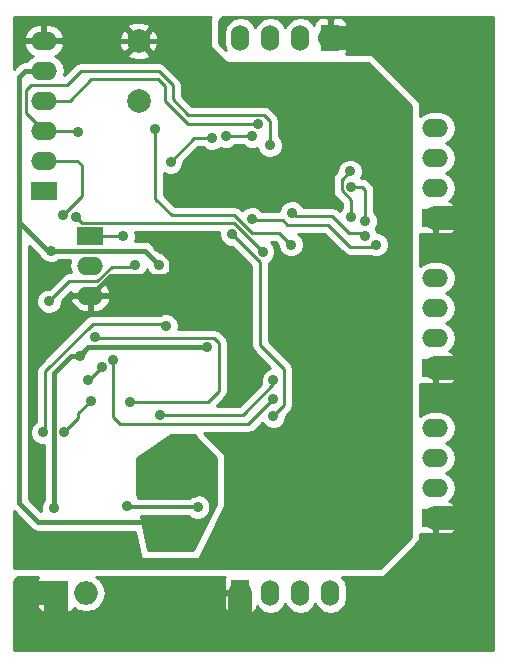
<source format=gbl>
G04 (created by PCBNEW (2013-mar-13)-testing) date Tue 02 Jul 2013 08:12:50 AM CEST*
%MOIN*%
G04 Gerber Fmt 3.4, Leading zero omitted, Abs format*
%FSLAX34Y34*%
G01*
G70*
G90*
G04 APERTURE LIST*
%ADD10C,0.006*%
%ADD11R,0.0866X0.06*%
%ADD12O,0.0866X0.06*%
%ADD13R,0.06X0.0866*%
%ADD14O,0.06X0.0866*%
%ADD15C,0.0787*%
%ADD16O,0.0787X0.0787*%
%ADD17R,0.0787X0.0787*%
%ADD18C,0.035*%
%ADD19C,0.01*%
%ADD20C,0.015748*%
%ADD21C,0.0787402*%
%ADD22C,0.011811*%
G04 APERTURE END LIST*
G54D10*
G54D11*
X38750Y-36000D03*
G54D12*
X38750Y-35000D03*
X38750Y-34000D03*
X38750Y-33000D03*
G54D11*
X38750Y-31000D03*
G54D12*
X38750Y-30000D03*
X38750Y-29000D03*
X38750Y-28000D03*
G54D13*
X35250Y-25000D03*
G54D14*
X34250Y-25000D03*
X33250Y-25000D03*
X32250Y-25000D03*
G54D11*
X38750Y-41000D03*
G54D12*
X38750Y-40000D03*
X38750Y-39000D03*
X38750Y-38000D03*
G54D13*
X32250Y-43500D03*
G54D14*
X33250Y-43500D03*
X34250Y-43500D03*
X35250Y-43500D03*
G54D11*
X27244Y-31598D03*
G54D12*
X27244Y-32598D03*
X27244Y-33598D03*
G54D11*
X25700Y-30100D03*
G54D12*
X25700Y-29100D03*
X25700Y-28100D03*
X25700Y-27100D03*
X25700Y-26100D03*
X25700Y-25100D03*
G54D15*
X28858Y-27102D03*
X28858Y-25102D03*
G54D16*
X27100Y-43500D03*
G54D17*
X26100Y-43500D03*
G54D18*
X31771Y-28267D03*
X32637Y-28267D03*
X35944Y-29960D03*
X36417Y-31102D03*
X35944Y-30984D03*
X35905Y-29448D03*
X36771Y-31889D03*
X32637Y-31023D03*
X25866Y-33779D03*
X28740Y-32559D03*
X26338Y-30905D03*
X33976Y-30826D03*
X36417Y-31614D03*
X31968Y-31535D03*
X33346Y-37598D03*
X29409Y-28031D03*
X33937Y-31889D03*
X28346Y-31614D03*
X26850Y-28149D03*
X33228Y-28582D03*
X33346Y-36417D03*
X29566Y-37559D03*
X32834Y-27874D03*
X33346Y-37047D03*
X27992Y-35748D03*
X27165Y-36417D03*
X27637Y-35984D03*
X29133Y-39763D03*
X31102Y-39763D03*
X30708Y-40157D03*
X29527Y-40157D03*
X31299Y-28346D03*
X29921Y-29133D03*
X25944Y-32086D03*
X30078Y-41141D03*
X29527Y-32559D03*
X39763Y-31889D03*
X39763Y-37007D03*
X39763Y-26377D03*
X38188Y-26377D03*
X38976Y-26377D03*
X40157Y-44488D03*
X39370Y-44488D03*
X38582Y-44488D03*
X31496Y-44881D03*
X30708Y-44881D03*
X29921Y-44881D03*
X26023Y-40669D03*
X31141Y-35314D03*
X26889Y-35590D03*
X31102Y-25590D03*
X32480Y-33700D03*
X29488Y-31968D03*
X27283Y-37086D03*
X26377Y-38149D03*
X25669Y-38149D03*
X29763Y-34606D03*
X26771Y-30984D03*
X32992Y-32125D03*
X27401Y-34960D03*
X28582Y-37125D03*
X30826Y-40629D03*
X28464Y-40590D03*
G54D19*
X32637Y-28267D02*
X31771Y-28267D01*
X36299Y-29960D02*
X35944Y-29960D01*
X36417Y-30078D02*
X36299Y-29960D01*
X36417Y-31102D02*
X36417Y-30078D01*
X35944Y-30984D02*
X35944Y-30393D01*
X35629Y-29724D02*
X35905Y-29448D01*
X35629Y-30078D02*
X35629Y-29724D01*
X35944Y-30393D02*
X35629Y-30078D01*
X36692Y-31968D02*
X36771Y-31889D01*
X35905Y-31968D02*
X36692Y-31968D01*
X35157Y-31220D02*
X35905Y-31968D01*
X33818Y-31220D02*
X35157Y-31220D01*
X33661Y-31062D02*
X33818Y-31220D01*
X32677Y-31062D02*
X33661Y-31062D01*
X32637Y-31023D02*
X32677Y-31062D01*
X26535Y-33110D02*
X25866Y-33779D01*
X27480Y-33110D02*
X26535Y-33110D01*
X27953Y-32637D02*
X27480Y-33110D01*
X28661Y-32637D02*
X27953Y-32637D01*
X28740Y-32559D02*
X28661Y-32637D01*
X26968Y-30275D02*
X26968Y-29251D01*
X26338Y-30905D02*
X26968Y-30275D01*
X26816Y-29100D02*
X25700Y-29100D01*
X26968Y-29251D02*
X26816Y-29100D01*
X34094Y-30944D02*
X33976Y-30826D01*
X35314Y-30944D02*
X34094Y-30944D01*
X35866Y-31496D02*
X35314Y-30944D01*
X36299Y-31496D02*
X35866Y-31496D01*
X36417Y-31614D02*
X36299Y-31496D01*
X32913Y-32480D02*
X31968Y-31535D01*
X32913Y-35236D02*
X32913Y-32480D01*
X33700Y-36023D02*
X32913Y-35236D01*
X33700Y-37244D02*
X33700Y-36023D01*
X33346Y-37598D02*
X33700Y-37244D01*
X29409Y-30354D02*
X29409Y-28031D01*
X29960Y-30905D02*
X29409Y-30354D01*
X32047Y-30905D02*
X29960Y-30905D01*
X32637Y-31496D02*
X32047Y-30905D01*
X33543Y-31496D02*
X32637Y-31496D01*
X33937Y-31889D02*
X33543Y-31496D01*
X28330Y-31598D02*
X27244Y-31598D01*
X28346Y-31614D02*
X28330Y-31598D01*
X26800Y-28100D02*
X25700Y-28100D01*
X26850Y-28149D02*
X26800Y-28100D01*
X33228Y-28582D02*
X33228Y-27755D01*
X25118Y-27518D02*
X25700Y-28100D01*
X25118Y-26732D02*
X25118Y-27518D01*
X25275Y-26574D02*
X25118Y-26732D01*
X26456Y-26574D02*
X25275Y-26574D01*
X26929Y-26102D02*
X26456Y-26574D01*
X29527Y-26102D02*
X26929Y-26102D01*
X30000Y-26574D02*
X29527Y-26102D01*
X30000Y-27047D02*
X30000Y-26574D01*
X30511Y-27559D02*
X30000Y-27047D01*
X33031Y-27559D02*
X30511Y-27559D01*
X33228Y-27755D02*
X33031Y-27559D01*
X33346Y-36535D02*
X33346Y-36417D01*
X32322Y-37559D02*
X33346Y-36535D01*
X31535Y-37559D02*
X32322Y-37559D01*
X29566Y-37559D02*
X31535Y-37559D01*
X32834Y-27874D02*
X30511Y-27874D01*
X26561Y-27100D02*
X25700Y-27100D01*
X27283Y-26377D02*
X26561Y-27100D01*
X29488Y-26377D02*
X27283Y-26377D01*
X29724Y-26614D02*
X29488Y-26377D01*
X29724Y-27086D02*
X29724Y-26614D01*
X30511Y-27874D02*
X29724Y-27086D01*
X32519Y-37874D02*
X33346Y-37047D01*
X28228Y-37874D02*
X32519Y-37874D01*
X27992Y-37637D02*
X28228Y-37874D01*
X27992Y-36259D02*
X27992Y-37637D01*
X27992Y-35748D02*
X27992Y-36259D01*
X27204Y-36417D02*
X27165Y-36417D01*
X27637Y-35984D02*
X27204Y-36417D01*
X30708Y-28346D02*
X31299Y-28346D01*
X29921Y-29133D02*
X30708Y-28346D01*
G54D20*
X24881Y-31102D02*
X24881Y-40511D01*
X25511Y-41141D02*
X30078Y-41141D01*
X24881Y-40511D02*
X25511Y-41141D01*
X25081Y-26100D02*
X25700Y-26100D01*
X24881Y-26299D02*
X25081Y-26100D01*
X24881Y-31141D02*
X24881Y-31102D01*
X24881Y-31102D02*
X24881Y-26299D01*
X25826Y-32086D02*
X24881Y-31141D01*
X29055Y-32086D02*
X25944Y-32086D01*
X25944Y-32086D02*
X25826Y-32086D01*
X29527Y-32559D02*
X29055Y-32086D01*
G54D21*
X26100Y-43500D02*
X25397Y-43500D01*
X25397Y-43500D02*
X25196Y-43700D01*
X26100Y-43500D02*
X26100Y-44372D01*
X26100Y-44372D02*
X25984Y-44488D01*
X35250Y-25000D02*
X36023Y-25000D01*
X36023Y-25000D02*
X36220Y-24803D01*
X38750Y-31000D02*
X39661Y-31000D01*
X39661Y-31000D02*
X39763Y-31102D01*
X38750Y-36000D02*
X39590Y-36000D01*
X39590Y-36000D02*
X39763Y-35826D01*
X38750Y-41000D02*
X39708Y-41000D01*
X39708Y-41000D02*
X39763Y-40944D01*
X32250Y-43500D02*
X32250Y-44454D01*
X32250Y-44454D02*
X32283Y-44488D01*
G54D20*
X26614Y-35590D02*
X26889Y-35590D01*
X26023Y-36181D02*
X26614Y-35590D01*
X26023Y-40669D02*
X26023Y-36181D01*
X30472Y-35314D02*
X31141Y-35314D01*
X27165Y-35314D02*
X30472Y-35314D01*
X26889Y-35590D02*
X27165Y-35314D01*
X28858Y-25102D02*
X30614Y-25102D01*
X30614Y-25102D02*
X31102Y-25590D01*
X29763Y-32952D02*
X32125Y-32952D01*
X32480Y-33307D02*
X32480Y-33700D01*
X32125Y-32952D02*
X32480Y-33307D01*
X27889Y-32952D02*
X27244Y-33598D01*
X29763Y-32952D02*
X27889Y-32952D01*
X29921Y-32795D02*
X29763Y-32952D01*
X29921Y-32401D02*
X29921Y-32795D01*
X29566Y-32047D02*
X29921Y-32401D01*
X29488Y-31968D02*
X29566Y-32047D01*
X25700Y-25100D02*
X28855Y-25100D01*
X28855Y-25100D02*
X28858Y-25102D01*
G54D19*
X26850Y-37519D02*
X27283Y-37086D01*
X26850Y-37677D02*
X26850Y-37519D01*
X26377Y-38149D02*
X26850Y-37677D01*
X25748Y-38070D02*
X25669Y-38149D01*
X25748Y-36102D02*
X25748Y-38070D01*
X27322Y-34527D02*
X25748Y-36102D01*
X29685Y-34527D02*
X27322Y-34527D01*
X29763Y-34606D02*
X29685Y-34527D01*
X26968Y-31181D02*
X26771Y-30984D01*
X32047Y-31181D02*
X26968Y-31181D01*
X32992Y-32125D02*
X32047Y-31181D01*
X27440Y-35000D02*
X27401Y-34960D01*
X31377Y-35000D02*
X27440Y-35000D01*
X31535Y-35157D02*
X31377Y-35000D01*
X31535Y-36771D02*
X31535Y-35157D01*
X31181Y-37125D02*
X31535Y-36771D01*
X28582Y-37125D02*
X31181Y-37125D01*
G54D22*
X28503Y-40629D02*
X30826Y-40629D01*
X28464Y-40590D02*
X28503Y-40629D01*
G54D10*
G36*
X33250Y-35997D02*
X33106Y-36056D01*
X32986Y-36176D01*
X32921Y-36332D01*
X32921Y-36501D01*
X32931Y-36526D01*
X32198Y-37259D01*
X31535Y-37259D01*
X31472Y-37259D01*
X31747Y-36983D01*
X31747Y-36983D01*
X31812Y-36886D01*
X31835Y-36771D01*
X31835Y-36771D01*
X31835Y-35157D01*
X31812Y-35042D01*
X31747Y-34945D01*
X31747Y-34945D01*
X31590Y-34787D01*
X31492Y-34722D01*
X31377Y-34700D01*
X30185Y-34700D01*
X30188Y-34691D01*
X30188Y-34522D01*
X30124Y-34365D01*
X30004Y-34246D01*
X29848Y-34181D01*
X29679Y-34181D01*
X29567Y-34227D01*
X27910Y-34227D01*
X27910Y-33733D01*
X27862Y-33648D01*
X27294Y-33648D01*
X27294Y-34148D01*
X27427Y-34148D01*
X27633Y-34087D01*
X27801Y-33951D01*
X27904Y-33762D01*
X27910Y-33733D01*
X27910Y-34227D01*
X27322Y-34227D01*
X27208Y-34250D01*
X27194Y-34259D01*
X27194Y-34148D01*
X27194Y-33648D01*
X26626Y-33648D01*
X26577Y-33733D01*
X26583Y-33762D01*
X26686Y-33951D01*
X26854Y-34087D01*
X27061Y-34148D01*
X27194Y-34148D01*
X27194Y-34259D01*
X27110Y-34315D01*
X25535Y-35890D01*
X25470Y-35987D01*
X25448Y-36102D01*
X25448Y-37781D01*
X25428Y-37789D01*
X25309Y-37908D01*
X25244Y-38064D01*
X25244Y-38233D01*
X25308Y-38390D01*
X25428Y-38509D01*
X25584Y-38574D01*
X25694Y-38574D01*
X25694Y-40396D01*
X25663Y-40428D01*
X25598Y-40584D01*
X25598Y-40753D01*
X25605Y-40770D01*
X25210Y-40375D01*
X25210Y-31935D01*
X25571Y-32296D01*
X25584Y-32327D01*
X25703Y-32446D01*
X25859Y-32511D01*
X26029Y-32511D01*
X26185Y-32447D01*
X26217Y-32415D01*
X26584Y-32415D01*
X26547Y-32598D01*
X26589Y-32808D01*
X26590Y-32810D01*
X26535Y-32810D01*
X26420Y-32833D01*
X26323Y-32898D01*
X25866Y-33354D01*
X25781Y-33354D01*
X25625Y-33419D01*
X25506Y-33538D01*
X25441Y-33694D01*
X25441Y-33863D01*
X25505Y-34019D01*
X25625Y-34139D01*
X25781Y-34204D01*
X25950Y-34204D01*
X26106Y-34140D01*
X26226Y-34020D01*
X26291Y-33864D01*
X26291Y-33778D01*
X26588Y-33481D01*
X26626Y-33548D01*
X27194Y-33548D01*
X27194Y-33540D01*
X27294Y-33540D01*
X27294Y-33548D01*
X27862Y-33548D01*
X27910Y-33463D01*
X27904Y-33434D01*
X27801Y-33244D01*
X27784Y-33230D01*
X28077Y-32937D01*
X28544Y-32937D01*
X28655Y-32983D01*
X28824Y-32984D01*
X28980Y-32919D01*
X29100Y-32800D01*
X29133Y-32719D01*
X29167Y-32799D01*
X29286Y-32919D01*
X29442Y-32983D01*
X29611Y-32984D01*
X29767Y-32919D01*
X29887Y-32800D01*
X29952Y-32643D01*
X29952Y-32474D01*
X29888Y-32318D01*
X29768Y-32198D01*
X29612Y-32134D01*
X29567Y-32134D01*
X29287Y-31854D01*
X29180Y-31782D01*
X29055Y-31757D01*
X28746Y-31757D01*
X28771Y-31699D01*
X28771Y-31530D01*
X28751Y-31481D01*
X31543Y-31481D01*
X31543Y-31619D01*
X31607Y-31775D01*
X31727Y-31895D01*
X31883Y-31960D01*
X31969Y-31960D01*
X32613Y-32604D01*
X32613Y-35236D01*
X32636Y-35351D01*
X32701Y-35448D01*
X33250Y-35997D01*
X33250Y-35997D01*
G37*
G54D19*
X33250Y-35997D02*
X33106Y-36056D01*
X32986Y-36176D01*
X32921Y-36332D01*
X32921Y-36501D01*
X32931Y-36526D01*
X32198Y-37259D01*
X31535Y-37259D01*
X31472Y-37259D01*
X31747Y-36983D01*
X31747Y-36983D01*
X31812Y-36886D01*
X31835Y-36771D01*
X31835Y-36771D01*
X31835Y-35157D01*
X31812Y-35042D01*
X31747Y-34945D01*
X31747Y-34945D01*
X31590Y-34787D01*
X31492Y-34722D01*
X31377Y-34700D01*
X30185Y-34700D01*
X30188Y-34691D01*
X30188Y-34522D01*
X30124Y-34365D01*
X30004Y-34246D01*
X29848Y-34181D01*
X29679Y-34181D01*
X29567Y-34227D01*
X27910Y-34227D01*
X27910Y-33733D01*
X27862Y-33648D01*
X27294Y-33648D01*
X27294Y-34148D01*
X27427Y-34148D01*
X27633Y-34087D01*
X27801Y-33951D01*
X27904Y-33762D01*
X27910Y-33733D01*
X27910Y-34227D01*
X27322Y-34227D01*
X27208Y-34250D01*
X27194Y-34259D01*
X27194Y-34148D01*
X27194Y-33648D01*
X26626Y-33648D01*
X26577Y-33733D01*
X26583Y-33762D01*
X26686Y-33951D01*
X26854Y-34087D01*
X27061Y-34148D01*
X27194Y-34148D01*
X27194Y-34259D01*
X27110Y-34315D01*
X25535Y-35890D01*
X25470Y-35987D01*
X25448Y-36102D01*
X25448Y-37781D01*
X25428Y-37789D01*
X25309Y-37908D01*
X25244Y-38064D01*
X25244Y-38233D01*
X25308Y-38390D01*
X25428Y-38509D01*
X25584Y-38574D01*
X25694Y-38574D01*
X25694Y-40396D01*
X25663Y-40428D01*
X25598Y-40584D01*
X25598Y-40753D01*
X25605Y-40770D01*
X25210Y-40375D01*
X25210Y-31935D01*
X25571Y-32296D01*
X25584Y-32327D01*
X25703Y-32446D01*
X25859Y-32511D01*
X26029Y-32511D01*
X26185Y-32447D01*
X26217Y-32415D01*
X26584Y-32415D01*
X26547Y-32598D01*
X26589Y-32808D01*
X26590Y-32810D01*
X26535Y-32810D01*
X26420Y-32833D01*
X26323Y-32898D01*
X25866Y-33354D01*
X25781Y-33354D01*
X25625Y-33419D01*
X25506Y-33538D01*
X25441Y-33694D01*
X25441Y-33863D01*
X25505Y-34019D01*
X25625Y-34139D01*
X25781Y-34204D01*
X25950Y-34204D01*
X26106Y-34140D01*
X26226Y-34020D01*
X26291Y-33864D01*
X26291Y-33778D01*
X26588Y-33481D01*
X26626Y-33548D01*
X27194Y-33548D01*
X27194Y-33540D01*
X27294Y-33540D01*
X27294Y-33548D01*
X27862Y-33548D01*
X27910Y-33463D01*
X27904Y-33434D01*
X27801Y-33244D01*
X27784Y-33230D01*
X28077Y-32937D01*
X28544Y-32937D01*
X28655Y-32983D01*
X28824Y-32984D01*
X28980Y-32919D01*
X29100Y-32800D01*
X29133Y-32719D01*
X29167Y-32799D01*
X29286Y-32919D01*
X29442Y-32983D01*
X29611Y-32984D01*
X29767Y-32919D01*
X29887Y-32800D01*
X29952Y-32643D01*
X29952Y-32474D01*
X29888Y-32318D01*
X29768Y-32198D01*
X29612Y-32134D01*
X29567Y-32134D01*
X29287Y-31854D01*
X29180Y-31782D01*
X29055Y-31757D01*
X28746Y-31757D01*
X28771Y-31699D01*
X28771Y-31530D01*
X28751Y-31481D01*
X31543Y-31481D01*
X31543Y-31619D01*
X31607Y-31775D01*
X31727Y-31895D01*
X31883Y-31960D01*
X31969Y-31960D01*
X32613Y-32604D01*
X32613Y-35236D01*
X32636Y-35351D01*
X32701Y-35448D01*
X33250Y-35997D01*
G54D10*
G36*
X37938Y-41628D02*
X36904Y-42663D01*
X24699Y-42663D01*
X24688Y-42674D01*
X24688Y-40783D01*
X25279Y-41374D01*
X25279Y-41374D01*
X25386Y-41445D01*
X25511Y-41470D01*
X28747Y-41470D01*
X28928Y-42375D01*
X30863Y-42375D01*
X31746Y-40610D01*
X31746Y-38872D01*
X31047Y-38174D01*
X32519Y-38174D01*
X32519Y-38174D01*
X32634Y-38151D01*
X32634Y-38151D01*
X32731Y-38086D01*
X32983Y-37834D01*
X32985Y-37838D01*
X33105Y-37958D01*
X33261Y-38023D01*
X33430Y-38023D01*
X33586Y-37958D01*
X33706Y-37839D01*
X33771Y-37683D01*
X33771Y-37597D01*
X33912Y-37456D01*
X33912Y-37456D01*
X33977Y-37358D01*
X34000Y-37244D01*
X34000Y-37244D01*
X34000Y-36023D01*
X33977Y-35908D01*
X33912Y-35811D01*
X33213Y-35111D01*
X33213Y-32494D01*
X33232Y-32486D01*
X33352Y-32367D01*
X33417Y-32210D01*
X33417Y-32041D01*
X33352Y-31885D01*
X33263Y-31796D01*
X33419Y-31796D01*
X33512Y-31889D01*
X33511Y-31973D01*
X33576Y-32130D01*
X33695Y-32249D01*
X33852Y-32314D01*
X34021Y-32314D01*
X34177Y-32250D01*
X34297Y-32130D01*
X34361Y-31974D01*
X34362Y-31805D01*
X34297Y-31649D01*
X34178Y-31529D01*
X34155Y-31520D01*
X35033Y-31520D01*
X35693Y-32180D01*
X35693Y-32180D01*
X35790Y-32245D01*
X35905Y-32268D01*
X35905Y-32268D01*
X36575Y-32268D01*
X36686Y-32314D01*
X36855Y-32314D01*
X37012Y-32250D01*
X37131Y-32130D01*
X37196Y-31974D01*
X37196Y-31805D01*
X37132Y-31649D01*
X37012Y-31529D01*
X36856Y-31464D01*
X36815Y-31464D01*
X36777Y-31373D01*
X36762Y-31358D01*
X36777Y-31343D01*
X36842Y-31187D01*
X36842Y-31018D01*
X36777Y-30861D01*
X36717Y-30801D01*
X36717Y-30078D01*
X36694Y-29963D01*
X36629Y-29866D01*
X36511Y-29748D01*
X36414Y-29683D01*
X36299Y-29660D01*
X36277Y-29660D01*
X36330Y-29533D01*
X36330Y-29364D01*
X36266Y-29208D01*
X36146Y-29088D01*
X35990Y-29023D01*
X35821Y-29023D01*
X35665Y-29088D01*
X35545Y-29207D01*
X35480Y-29363D01*
X35480Y-29449D01*
X35417Y-29512D01*
X35352Y-29609D01*
X35329Y-29724D01*
X35329Y-30078D01*
X35352Y-30193D01*
X35417Y-30290D01*
X35644Y-30517D01*
X35644Y-30683D01*
X35584Y-30743D01*
X35570Y-30776D01*
X35527Y-30732D01*
X35429Y-30667D01*
X35314Y-30644D01*
X34361Y-30644D01*
X34336Y-30586D01*
X34217Y-30466D01*
X34061Y-30401D01*
X33892Y-30401D01*
X33735Y-30466D01*
X33616Y-30585D01*
X33551Y-30741D01*
X33551Y-30762D01*
X32978Y-30762D01*
X32878Y-30663D01*
X32722Y-30598D01*
X32553Y-30598D01*
X32397Y-30663D01*
X32313Y-30747D01*
X32259Y-30693D01*
X32162Y-30628D01*
X32047Y-30605D01*
X30084Y-30605D01*
X29709Y-30230D01*
X29709Y-29506D01*
X29836Y-29558D01*
X30005Y-29558D01*
X30161Y-29494D01*
X30281Y-29374D01*
X30346Y-29218D01*
X30346Y-29133D01*
X30832Y-28646D01*
X30998Y-28646D01*
X31058Y-28706D01*
X31214Y-28771D01*
X31383Y-28771D01*
X31539Y-28706D01*
X31592Y-28653D01*
X31686Y-28692D01*
X31855Y-28692D01*
X32012Y-28628D01*
X32072Y-28567D01*
X32336Y-28567D01*
X32396Y-28627D01*
X32552Y-28692D01*
X32721Y-28692D01*
X32803Y-28659D01*
X32803Y-28666D01*
X32867Y-28823D01*
X32987Y-28942D01*
X33143Y-29007D01*
X33312Y-29007D01*
X33468Y-28943D01*
X33588Y-28823D01*
X33653Y-28667D01*
X33653Y-28498D01*
X33588Y-28342D01*
X33528Y-28281D01*
X33528Y-27755D01*
X33528Y-27755D01*
X33505Y-27641D01*
X33440Y-27543D01*
X33440Y-27543D01*
X33243Y-27346D01*
X33146Y-27281D01*
X33031Y-27259D01*
X30636Y-27259D01*
X30300Y-26922D01*
X30300Y-26574D01*
X30277Y-26459D01*
X30212Y-26362D01*
X30212Y-26362D01*
X29739Y-25890D01*
X29642Y-25825D01*
X29527Y-25802D01*
X29506Y-25802D01*
X29506Y-25206D01*
X29496Y-24950D01*
X29416Y-24758D01*
X29311Y-24719D01*
X29241Y-24790D01*
X29241Y-24648D01*
X29202Y-24543D01*
X28962Y-24454D01*
X28706Y-24464D01*
X28514Y-24543D01*
X28475Y-24648D01*
X28858Y-25031D01*
X29241Y-24648D01*
X29241Y-24790D01*
X28928Y-25102D01*
X29311Y-25485D01*
X29416Y-25446D01*
X29506Y-25206D01*
X29506Y-25802D01*
X29241Y-25802D01*
X29241Y-25555D01*
X28858Y-25173D01*
X28787Y-25243D01*
X28787Y-25102D01*
X28404Y-24719D01*
X28299Y-24758D01*
X28210Y-24998D01*
X28219Y-25254D01*
X28299Y-25446D01*
X28404Y-25485D01*
X28787Y-25102D01*
X28787Y-25243D01*
X28475Y-25555D01*
X28514Y-25661D01*
X28754Y-25750D01*
X29009Y-25740D01*
X29202Y-25661D01*
X29241Y-25555D01*
X29241Y-25802D01*
X26929Y-25802D01*
X26814Y-25825D01*
X26717Y-25890D01*
X26368Y-26238D01*
X26396Y-26100D01*
X26354Y-25889D01*
X26235Y-25711D01*
X26063Y-25596D01*
X26089Y-25588D01*
X26257Y-25453D01*
X26360Y-25264D01*
X26366Y-25235D01*
X26366Y-24964D01*
X26360Y-24935D01*
X26257Y-24746D01*
X26089Y-24611D01*
X25883Y-24550D01*
X25750Y-24550D01*
X25750Y-25050D01*
X26317Y-25050D01*
X26366Y-24964D01*
X26366Y-25235D01*
X26317Y-25150D01*
X25750Y-25150D01*
X25750Y-25157D01*
X25650Y-25157D01*
X25650Y-25150D01*
X25650Y-25050D01*
X25650Y-24550D01*
X25517Y-24550D01*
X25310Y-24611D01*
X25142Y-24746D01*
X25039Y-24935D01*
X25033Y-24964D01*
X25082Y-25050D01*
X25650Y-25050D01*
X25650Y-25150D01*
X25082Y-25150D01*
X25033Y-25235D01*
X25039Y-25264D01*
X25142Y-25453D01*
X25310Y-25588D01*
X25336Y-25596D01*
X25164Y-25711D01*
X25124Y-25771D01*
X25081Y-25771D01*
X24955Y-25796D01*
X24848Y-25867D01*
X24688Y-26027D01*
X24688Y-24295D01*
X31256Y-24295D01*
X31246Y-24305D01*
X31246Y-25300D01*
X31786Y-25840D01*
X36510Y-25840D01*
X37938Y-27268D01*
X37938Y-41628D01*
X37938Y-41628D01*
G37*
G54D19*
X37938Y-41628D02*
X36904Y-42663D01*
X24699Y-42663D01*
X24688Y-42674D01*
X24688Y-40783D01*
X25279Y-41374D01*
X25279Y-41374D01*
X25386Y-41445D01*
X25511Y-41470D01*
X28747Y-41470D01*
X28928Y-42375D01*
X30863Y-42375D01*
X31746Y-40610D01*
X31746Y-38872D01*
X31047Y-38174D01*
X32519Y-38174D01*
X32519Y-38174D01*
X32634Y-38151D01*
X32634Y-38151D01*
X32731Y-38086D01*
X32983Y-37834D01*
X32985Y-37838D01*
X33105Y-37958D01*
X33261Y-38023D01*
X33430Y-38023D01*
X33586Y-37958D01*
X33706Y-37839D01*
X33771Y-37683D01*
X33771Y-37597D01*
X33912Y-37456D01*
X33912Y-37456D01*
X33977Y-37358D01*
X34000Y-37244D01*
X34000Y-37244D01*
X34000Y-36023D01*
X33977Y-35908D01*
X33912Y-35811D01*
X33213Y-35111D01*
X33213Y-32494D01*
X33232Y-32486D01*
X33352Y-32367D01*
X33417Y-32210D01*
X33417Y-32041D01*
X33352Y-31885D01*
X33263Y-31796D01*
X33419Y-31796D01*
X33512Y-31889D01*
X33511Y-31973D01*
X33576Y-32130D01*
X33695Y-32249D01*
X33852Y-32314D01*
X34021Y-32314D01*
X34177Y-32250D01*
X34297Y-32130D01*
X34361Y-31974D01*
X34362Y-31805D01*
X34297Y-31649D01*
X34178Y-31529D01*
X34155Y-31520D01*
X35033Y-31520D01*
X35693Y-32180D01*
X35693Y-32180D01*
X35790Y-32245D01*
X35905Y-32268D01*
X35905Y-32268D01*
X36575Y-32268D01*
X36686Y-32314D01*
X36855Y-32314D01*
X37012Y-32250D01*
X37131Y-32130D01*
X37196Y-31974D01*
X37196Y-31805D01*
X37132Y-31649D01*
X37012Y-31529D01*
X36856Y-31464D01*
X36815Y-31464D01*
X36777Y-31373D01*
X36762Y-31358D01*
X36777Y-31343D01*
X36842Y-31187D01*
X36842Y-31018D01*
X36777Y-30861D01*
X36717Y-30801D01*
X36717Y-30078D01*
X36694Y-29963D01*
X36629Y-29866D01*
X36511Y-29748D01*
X36414Y-29683D01*
X36299Y-29660D01*
X36277Y-29660D01*
X36330Y-29533D01*
X36330Y-29364D01*
X36266Y-29208D01*
X36146Y-29088D01*
X35990Y-29023D01*
X35821Y-29023D01*
X35665Y-29088D01*
X35545Y-29207D01*
X35480Y-29363D01*
X35480Y-29449D01*
X35417Y-29512D01*
X35352Y-29609D01*
X35329Y-29724D01*
X35329Y-30078D01*
X35352Y-30193D01*
X35417Y-30290D01*
X35644Y-30517D01*
X35644Y-30683D01*
X35584Y-30743D01*
X35570Y-30776D01*
X35527Y-30732D01*
X35429Y-30667D01*
X35314Y-30644D01*
X34361Y-30644D01*
X34336Y-30586D01*
X34217Y-30466D01*
X34061Y-30401D01*
X33892Y-30401D01*
X33735Y-30466D01*
X33616Y-30585D01*
X33551Y-30741D01*
X33551Y-30762D01*
X32978Y-30762D01*
X32878Y-30663D01*
X32722Y-30598D01*
X32553Y-30598D01*
X32397Y-30663D01*
X32313Y-30747D01*
X32259Y-30693D01*
X32162Y-30628D01*
X32047Y-30605D01*
X30084Y-30605D01*
X29709Y-30230D01*
X29709Y-29506D01*
X29836Y-29558D01*
X30005Y-29558D01*
X30161Y-29494D01*
X30281Y-29374D01*
X30346Y-29218D01*
X30346Y-29133D01*
X30832Y-28646D01*
X30998Y-28646D01*
X31058Y-28706D01*
X31214Y-28771D01*
X31383Y-28771D01*
X31539Y-28706D01*
X31592Y-28653D01*
X31686Y-28692D01*
X31855Y-28692D01*
X32012Y-28628D01*
X32072Y-28567D01*
X32336Y-28567D01*
X32396Y-28627D01*
X32552Y-28692D01*
X32721Y-28692D01*
X32803Y-28659D01*
X32803Y-28666D01*
X32867Y-28823D01*
X32987Y-28942D01*
X33143Y-29007D01*
X33312Y-29007D01*
X33468Y-28943D01*
X33588Y-28823D01*
X33653Y-28667D01*
X33653Y-28498D01*
X33588Y-28342D01*
X33528Y-28281D01*
X33528Y-27755D01*
X33528Y-27755D01*
X33505Y-27641D01*
X33440Y-27543D01*
X33440Y-27543D01*
X33243Y-27346D01*
X33146Y-27281D01*
X33031Y-27259D01*
X30636Y-27259D01*
X30300Y-26922D01*
X30300Y-26574D01*
X30277Y-26459D01*
X30212Y-26362D01*
X30212Y-26362D01*
X29739Y-25890D01*
X29642Y-25825D01*
X29527Y-25802D01*
X29506Y-25802D01*
X29506Y-25206D01*
X29496Y-24950D01*
X29416Y-24758D01*
X29311Y-24719D01*
X29241Y-24790D01*
X29241Y-24648D01*
X29202Y-24543D01*
X28962Y-24454D01*
X28706Y-24464D01*
X28514Y-24543D01*
X28475Y-24648D01*
X28858Y-25031D01*
X29241Y-24648D01*
X29241Y-24790D01*
X28928Y-25102D01*
X29311Y-25485D01*
X29416Y-25446D01*
X29506Y-25206D01*
X29506Y-25802D01*
X29241Y-25802D01*
X29241Y-25555D01*
X28858Y-25173D01*
X28787Y-25243D01*
X28787Y-25102D01*
X28404Y-24719D01*
X28299Y-24758D01*
X28210Y-24998D01*
X28219Y-25254D01*
X28299Y-25446D01*
X28404Y-25485D01*
X28787Y-25102D01*
X28787Y-25243D01*
X28475Y-25555D01*
X28514Y-25661D01*
X28754Y-25750D01*
X29009Y-25740D01*
X29202Y-25661D01*
X29241Y-25555D01*
X29241Y-25802D01*
X26929Y-25802D01*
X26814Y-25825D01*
X26717Y-25890D01*
X26368Y-26238D01*
X26396Y-26100D01*
X26354Y-25889D01*
X26235Y-25711D01*
X26063Y-25596D01*
X26089Y-25588D01*
X26257Y-25453D01*
X26360Y-25264D01*
X26366Y-25235D01*
X26366Y-24964D01*
X26360Y-24935D01*
X26257Y-24746D01*
X26089Y-24611D01*
X25883Y-24550D01*
X25750Y-24550D01*
X25750Y-25050D01*
X26317Y-25050D01*
X26366Y-24964D01*
X26366Y-25235D01*
X26317Y-25150D01*
X25750Y-25150D01*
X25750Y-25157D01*
X25650Y-25157D01*
X25650Y-25150D01*
X25650Y-25050D01*
X25650Y-24550D01*
X25517Y-24550D01*
X25310Y-24611D01*
X25142Y-24746D01*
X25039Y-24935D01*
X25033Y-24964D01*
X25082Y-25050D01*
X25650Y-25050D01*
X25650Y-25150D01*
X25082Y-25150D01*
X25033Y-25235D01*
X25039Y-25264D01*
X25142Y-25453D01*
X25310Y-25588D01*
X25336Y-25596D01*
X25164Y-25711D01*
X25124Y-25771D01*
X25081Y-25771D01*
X24955Y-25796D01*
X24848Y-25867D01*
X24688Y-26027D01*
X24688Y-24295D01*
X31256Y-24295D01*
X31246Y-24305D01*
X31246Y-25300D01*
X31786Y-25840D01*
X36510Y-25840D01*
X37938Y-27268D01*
X37938Y-41628D01*
G54D10*
G36*
X31446Y-40539D02*
X30677Y-42075D01*
X29174Y-42075D01*
X28947Y-40938D01*
X30534Y-40938D01*
X30585Y-40990D01*
X30741Y-41054D01*
X30910Y-41054D01*
X31067Y-40990D01*
X31186Y-40870D01*
X31251Y-40714D01*
X31251Y-40545D01*
X31187Y-40389D01*
X31067Y-40269D01*
X30911Y-40204D01*
X30742Y-40204D01*
X30586Y-40269D01*
X30534Y-40320D01*
X28823Y-40320D01*
X28790Y-40152D01*
X28790Y-39003D01*
X29936Y-38238D01*
X30687Y-38238D01*
X31446Y-38997D01*
X31446Y-40539D01*
X31446Y-40539D01*
G37*
G54D19*
X31446Y-40539D02*
X30677Y-42075D01*
X29174Y-42075D01*
X28947Y-40938D01*
X30534Y-40938D01*
X30585Y-40990D01*
X30741Y-41054D01*
X30910Y-41054D01*
X31067Y-40990D01*
X31186Y-40870D01*
X31251Y-40714D01*
X31251Y-40545D01*
X31187Y-40389D01*
X31067Y-40269D01*
X30911Y-40204D01*
X30742Y-40204D01*
X30586Y-40269D01*
X30534Y-40320D01*
X28823Y-40320D01*
X28790Y-40152D01*
X28790Y-39003D01*
X29936Y-38238D01*
X30687Y-38238D01*
X31446Y-38997D01*
X31446Y-40539D01*
G54D10*
G36*
X40665Y-45389D02*
X40157Y-45389D01*
X39433Y-45389D01*
X39433Y-41349D01*
X39433Y-41112D01*
X39370Y-41050D01*
X38800Y-41050D01*
X38800Y-41487D01*
X38862Y-41550D01*
X39133Y-41550D01*
X39232Y-41549D01*
X39324Y-41511D01*
X39395Y-41441D01*
X39433Y-41349D01*
X39433Y-45389D01*
X32200Y-45389D01*
X32200Y-44120D01*
X32200Y-43550D01*
X31762Y-43550D01*
X31700Y-43612D01*
X31699Y-43883D01*
X31700Y-43982D01*
X31738Y-44074D01*
X31808Y-44145D01*
X31900Y-44183D01*
X32137Y-44183D01*
X32200Y-44120D01*
X32200Y-45389D01*
X26050Y-45389D01*
X26050Y-44081D01*
X26050Y-43550D01*
X25519Y-43550D01*
X25456Y-43612D01*
X25456Y-43843D01*
X25456Y-43943D01*
X25494Y-44035D01*
X25565Y-44105D01*
X25656Y-44143D01*
X25987Y-44143D01*
X26050Y-44081D01*
X26050Y-45389D01*
X24688Y-45389D01*
X24688Y-43098D01*
X24823Y-42963D01*
X25496Y-42963D01*
X25494Y-42964D01*
X25456Y-43056D01*
X25456Y-43156D01*
X25456Y-43387D01*
X25519Y-43450D01*
X26050Y-43450D01*
X26050Y-43442D01*
X26150Y-43442D01*
X26150Y-43450D01*
X26157Y-43450D01*
X26157Y-43550D01*
X26150Y-43550D01*
X26150Y-44081D01*
X26212Y-44143D01*
X26543Y-44143D01*
X26634Y-44105D01*
X26705Y-44035D01*
X26715Y-44010D01*
X26841Y-44094D01*
X27087Y-44143D01*
X27112Y-44143D01*
X27358Y-44094D01*
X27567Y-43955D01*
X27707Y-43746D01*
X27756Y-43500D01*
X27707Y-43253D01*
X27567Y-43044D01*
X27445Y-42963D01*
X31722Y-42963D01*
X31700Y-43017D01*
X31699Y-43116D01*
X31700Y-43387D01*
X31762Y-43450D01*
X32200Y-43450D01*
X32200Y-43442D01*
X32300Y-43442D01*
X32300Y-43450D01*
X32307Y-43450D01*
X32307Y-43550D01*
X32300Y-43550D01*
X32300Y-44120D01*
X32362Y-44183D01*
X32599Y-44183D01*
X32691Y-44145D01*
X32761Y-44074D01*
X32799Y-43982D01*
X32799Y-43943D01*
X32861Y-44035D01*
X33039Y-44154D01*
X33250Y-44196D01*
X33460Y-44154D01*
X33638Y-44035D01*
X33750Y-43869D01*
X33861Y-44035D01*
X34039Y-44154D01*
X34250Y-44196D01*
X34460Y-44154D01*
X34638Y-44035D01*
X34750Y-43869D01*
X34861Y-44035D01*
X35039Y-44154D01*
X35250Y-44196D01*
X35460Y-44154D01*
X35638Y-44035D01*
X35758Y-43856D01*
X35800Y-43646D01*
X35800Y-43353D01*
X35758Y-43143D01*
X35638Y-42964D01*
X35636Y-42963D01*
X37028Y-42963D01*
X38238Y-41752D01*
X38238Y-41538D01*
X38267Y-41549D01*
X38366Y-41550D01*
X38637Y-41550D01*
X38700Y-41487D01*
X38700Y-41050D01*
X38692Y-41050D01*
X38692Y-40950D01*
X38700Y-40950D01*
X38700Y-40942D01*
X38800Y-40942D01*
X38800Y-40950D01*
X39370Y-40950D01*
X39433Y-40887D01*
X39433Y-40650D01*
X39395Y-40558D01*
X39324Y-40488D01*
X39232Y-40450D01*
X39193Y-40450D01*
X39285Y-40388D01*
X39404Y-40210D01*
X39446Y-40000D01*
X39404Y-39789D01*
X39285Y-39611D01*
X39119Y-39500D01*
X39285Y-39388D01*
X39404Y-39210D01*
X39446Y-39000D01*
X39404Y-38789D01*
X39285Y-38611D01*
X39119Y-38500D01*
X39285Y-38388D01*
X39404Y-38210D01*
X39446Y-38000D01*
X39433Y-37932D01*
X39433Y-36349D01*
X39433Y-36112D01*
X39370Y-36050D01*
X38800Y-36050D01*
X38800Y-36487D01*
X38862Y-36550D01*
X39133Y-36550D01*
X39232Y-36549D01*
X39324Y-36511D01*
X39395Y-36441D01*
X39433Y-36349D01*
X39433Y-37932D01*
X39404Y-37789D01*
X39285Y-37611D01*
X39106Y-37491D01*
X38896Y-37450D01*
X38603Y-37450D01*
X38393Y-37491D01*
X38238Y-37594D01*
X38238Y-36538D01*
X38267Y-36549D01*
X38366Y-36550D01*
X38637Y-36550D01*
X38700Y-36487D01*
X38700Y-36050D01*
X38692Y-36050D01*
X38692Y-35950D01*
X38700Y-35950D01*
X38700Y-35942D01*
X38800Y-35942D01*
X38800Y-35950D01*
X39370Y-35950D01*
X39433Y-35887D01*
X39433Y-35650D01*
X39395Y-35558D01*
X39324Y-35488D01*
X39232Y-35450D01*
X39193Y-35450D01*
X39285Y-35388D01*
X39404Y-35210D01*
X39446Y-35000D01*
X39404Y-34789D01*
X39285Y-34611D01*
X39119Y-34500D01*
X39285Y-34388D01*
X39404Y-34210D01*
X39446Y-34000D01*
X39404Y-33789D01*
X39285Y-33611D01*
X39119Y-33500D01*
X39285Y-33388D01*
X39404Y-33210D01*
X39446Y-33000D01*
X39433Y-32932D01*
X39433Y-31349D01*
X39433Y-31112D01*
X39370Y-31050D01*
X38800Y-31050D01*
X38800Y-31487D01*
X38862Y-31550D01*
X39133Y-31550D01*
X39232Y-31549D01*
X39324Y-31511D01*
X39395Y-31441D01*
X39433Y-31349D01*
X39433Y-32932D01*
X39404Y-32789D01*
X39285Y-32611D01*
X39106Y-32491D01*
X38896Y-32450D01*
X38603Y-32450D01*
X38393Y-32491D01*
X38238Y-32594D01*
X38238Y-31538D01*
X38267Y-31549D01*
X38366Y-31550D01*
X38637Y-31550D01*
X38700Y-31487D01*
X38700Y-31050D01*
X38692Y-31050D01*
X38692Y-30950D01*
X38700Y-30950D01*
X38700Y-30942D01*
X38800Y-30942D01*
X38800Y-30950D01*
X39370Y-30950D01*
X39433Y-30887D01*
X39433Y-30650D01*
X39395Y-30558D01*
X39324Y-30488D01*
X39232Y-30450D01*
X39193Y-30450D01*
X39285Y-30388D01*
X39404Y-30210D01*
X39446Y-30000D01*
X39404Y-29789D01*
X39285Y-29611D01*
X39119Y-29500D01*
X39285Y-29388D01*
X39404Y-29210D01*
X39446Y-29000D01*
X39404Y-28789D01*
X39285Y-28611D01*
X39119Y-28500D01*
X39285Y-28388D01*
X39404Y-28210D01*
X39446Y-28000D01*
X39404Y-27789D01*
X39285Y-27611D01*
X39106Y-27491D01*
X38896Y-27450D01*
X38603Y-27450D01*
X38393Y-27491D01*
X38238Y-27594D01*
X38238Y-27144D01*
X36634Y-25540D01*
X35776Y-25540D01*
X35799Y-25482D01*
X35800Y-25383D01*
X35800Y-24616D01*
X35799Y-24517D01*
X35761Y-24425D01*
X35691Y-24354D01*
X35599Y-24316D01*
X35362Y-24317D01*
X35300Y-24379D01*
X35300Y-24950D01*
X35737Y-24950D01*
X35800Y-24887D01*
X35800Y-24616D01*
X35800Y-25383D01*
X35800Y-25112D01*
X35737Y-25050D01*
X35300Y-25050D01*
X35300Y-25057D01*
X35200Y-25057D01*
X35200Y-25050D01*
X35192Y-25050D01*
X35192Y-24950D01*
X35200Y-24950D01*
X35200Y-24379D01*
X35137Y-24317D01*
X34900Y-24316D01*
X34808Y-24354D01*
X34738Y-24425D01*
X34700Y-24517D01*
X34700Y-24556D01*
X34638Y-24464D01*
X34460Y-24345D01*
X34250Y-24303D01*
X34039Y-24345D01*
X33861Y-24464D01*
X33750Y-24630D01*
X33638Y-24464D01*
X33460Y-24345D01*
X33250Y-24303D01*
X33039Y-24345D01*
X32861Y-24464D01*
X32750Y-24630D01*
X32638Y-24464D01*
X32460Y-24345D01*
X32250Y-24303D01*
X32039Y-24345D01*
X31861Y-24464D01*
X31741Y-24643D01*
X31700Y-24853D01*
X31700Y-25146D01*
X31741Y-25356D01*
X31772Y-25402D01*
X31546Y-25176D01*
X31546Y-24430D01*
X31680Y-24295D01*
X40157Y-24295D01*
X40665Y-24295D01*
X40665Y-45389D01*
X40665Y-45389D01*
G37*
G54D19*
X40665Y-45389D02*
X40157Y-45389D01*
X39433Y-45389D01*
X39433Y-41349D01*
X39433Y-41112D01*
X39370Y-41050D01*
X38800Y-41050D01*
X38800Y-41487D01*
X38862Y-41550D01*
X39133Y-41550D01*
X39232Y-41549D01*
X39324Y-41511D01*
X39395Y-41441D01*
X39433Y-41349D01*
X39433Y-45389D01*
X32200Y-45389D01*
X32200Y-44120D01*
X32200Y-43550D01*
X31762Y-43550D01*
X31700Y-43612D01*
X31699Y-43883D01*
X31700Y-43982D01*
X31738Y-44074D01*
X31808Y-44145D01*
X31900Y-44183D01*
X32137Y-44183D01*
X32200Y-44120D01*
X32200Y-45389D01*
X26050Y-45389D01*
X26050Y-44081D01*
X26050Y-43550D01*
X25519Y-43550D01*
X25456Y-43612D01*
X25456Y-43843D01*
X25456Y-43943D01*
X25494Y-44035D01*
X25565Y-44105D01*
X25656Y-44143D01*
X25987Y-44143D01*
X26050Y-44081D01*
X26050Y-45389D01*
X24688Y-45389D01*
X24688Y-43098D01*
X24823Y-42963D01*
X25496Y-42963D01*
X25494Y-42964D01*
X25456Y-43056D01*
X25456Y-43156D01*
X25456Y-43387D01*
X25519Y-43450D01*
X26050Y-43450D01*
X26050Y-43442D01*
X26150Y-43442D01*
X26150Y-43450D01*
X26157Y-43450D01*
X26157Y-43550D01*
X26150Y-43550D01*
X26150Y-44081D01*
X26212Y-44143D01*
X26543Y-44143D01*
X26634Y-44105D01*
X26705Y-44035D01*
X26715Y-44010D01*
X26841Y-44094D01*
X27087Y-44143D01*
X27112Y-44143D01*
X27358Y-44094D01*
X27567Y-43955D01*
X27707Y-43746D01*
X27756Y-43500D01*
X27707Y-43253D01*
X27567Y-43044D01*
X27445Y-42963D01*
X31722Y-42963D01*
X31700Y-43017D01*
X31699Y-43116D01*
X31700Y-43387D01*
X31762Y-43450D01*
X32200Y-43450D01*
X32200Y-43442D01*
X32300Y-43442D01*
X32300Y-43450D01*
X32307Y-43450D01*
X32307Y-43550D01*
X32300Y-43550D01*
X32300Y-44120D01*
X32362Y-44183D01*
X32599Y-44183D01*
X32691Y-44145D01*
X32761Y-44074D01*
X32799Y-43982D01*
X32799Y-43943D01*
X32861Y-44035D01*
X33039Y-44154D01*
X33250Y-44196D01*
X33460Y-44154D01*
X33638Y-44035D01*
X33750Y-43869D01*
X33861Y-44035D01*
X34039Y-44154D01*
X34250Y-44196D01*
X34460Y-44154D01*
X34638Y-44035D01*
X34750Y-43869D01*
X34861Y-44035D01*
X35039Y-44154D01*
X35250Y-44196D01*
X35460Y-44154D01*
X35638Y-44035D01*
X35758Y-43856D01*
X35800Y-43646D01*
X35800Y-43353D01*
X35758Y-43143D01*
X35638Y-42964D01*
X35636Y-42963D01*
X37028Y-42963D01*
X38238Y-41752D01*
X38238Y-41538D01*
X38267Y-41549D01*
X38366Y-41550D01*
X38637Y-41550D01*
X38700Y-41487D01*
X38700Y-41050D01*
X38692Y-41050D01*
X38692Y-40950D01*
X38700Y-40950D01*
X38700Y-40942D01*
X38800Y-40942D01*
X38800Y-40950D01*
X39370Y-40950D01*
X39433Y-40887D01*
X39433Y-40650D01*
X39395Y-40558D01*
X39324Y-40488D01*
X39232Y-40450D01*
X39193Y-40450D01*
X39285Y-40388D01*
X39404Y-40210D01*
X39446Y-40000D01*
X39404Y-39789D01*
X39285Y-39611D01*
X39119Y-39500D01*
X39285Y-39388D01*
X39404Y-39210D01*
X39446Y-39000D01*
X39404Y-38789D01*
X39285Y-38611D01*
X39119Y-38500D01*
X39285Y-38388D01*
X39404Y-38210D01*
X39446Y-38000D01*
X39433Y-37932D01*
X39433Y-36349D01*
X39433Y-36112D01*
X39370Y-36050D01*
X38800Y-36050D01*
X38800Y-36487D01*
X38862Y-36550D01*
X39133Y-36550D01*
X39232Y-36549D01*
X39324Y-36511D01*
X39395Y-36441D01*
X39433Y-36349D01*
X39433Y-37932D01*
X39404Y-37789D01*
X39285Y-37611D01*
X39106Y-37491D01*
X38896Y-37450D01*
X38603Y-37450D01*
X38393Y-37491D01*
X38238Y-37594D01*
X38238Y-36538D01*
X38267Y-36549D01*
X38366Y-36550D01*
X38637Y-36550D01*
X38700Y-36487D01*
X38700Y-36050D01*
X38692Y-36050D01*
X38692Y-35950D01*
X38700Y-35950D01*
X38700Y-35942D01*
X38800Y-35942D01*
X38800Y-35950D01*
X39370Y-35950D01*
X39433Y-35887D01*
X39433Y-35650D01*
X39395Y-35558D01*
X39324Y-35488D01*
X39232Y-35450D01*
X39193Y-35450D01*
X39285Y-35388D01*
X39404Y-35210D01*
X39446Y-35000D01*
X39404Y-34789D01*
X39285Y-34611D01*
X39119Y-34500D01*
X39285Y-34388D01*
X39404Y-34210D01*
X39446Y-34000D01*
X39404Y-33789D01*
X39285Y-33611D01*
X39119Y-33500D01*
X39285Y-33388D01*
X39404Y-33210D01*
X39446Y-33000D01*
X39433Y-32932D01*
X39433Y-31349D01*
X39433Y-31112D01*
X39370Y-31050D01*
X38800Y-31050D01*
X38800Y-31487D01*
X38862Y-31550D01*
X39133Y-31550D01*
X39232Y-31549D01*
X39324Y-31511D01*
X39395Y-31441D01*
X39433Y-31349D01*
X39433Y-32932D01*
X39404Y-32789D01*
X39285Y-32611D01*
X39106Y-32491D01*
X38896Y-32450D01*
X38603Y-32450D01*
X38393Y-32491D01*
X38238Y-32594D01*
X38238Y-31538D01*
X38267Y-31549D01*
X38366Y-31550D01*
X38637Y-31550D01*
X38700Y-31487D01*
X38700Y-31050D01*
X38692Y-31050D01*
X38692Y-30950D01*
X38700Y-30950D01*
X38700Y-30942D01*
X38800Y-30942D01*
X38800Y-30950D01*
X39370Y-30950D01*
X39433Y-30887D01*
X39433Y-30650D01*
X39395Y-30558D01*
X39324Y-30488D01*
X39232Y-30450D01*
X39193Y-30450D01*
X39285Y-30388D01*
X39404Y-30210D01*
X39446Y-30000D01*
X39404Y-29789D01*
X39285Y-29611D01*
X39119Y-29500D01*
X39285Y-29388D01*
X39404Y-29210D01*
X39446Y-29000D01*
X39404Y-28789D01*
X39285Y-28611D01*
X39119Y-28500D01*
X39285Y-28388D01*
X39404Y-28210D01*
X39446Y-28000D01*
X39404Y-27789D01*
X39285Y-27611D01*
X39106Y-27491D01*
X38896Y-27450D01*
X38603Y-27450D01*
X38393Y-27491D01*
X38238Y-27594D01*
X38238Y-27144D01*
X36634Y-25540D01*
X35776Y-25540D01*
X35799Y-25482D01*
X35800Y-25383D01*
X35800Y-24616D01*
X35799Y-24517D01*
X35761Y-24425D01*
X35691Y-24354D01*
X35599Y-24316D01*
X35362Y-24317D01*
X35300Y-24379D01*
X35300Y-24950D01*
X35737Y-24950D01*
X35800Y-24887D01*
X35800Y-24616D01*
X35800Y-25383D01*
X35800Y-25112D01*
X35737Y-25050D01*
X35300Y-25050D01*
X35300Y-25057D01*
X35200Y-25057D01*
X35200Y-25050D01*
X35192Y-25050D01*
X35192Y-24950D01*
X35200Y-24950D01*
X35200Y-24379D01*
X35137Y-24317D01*
X34900Y-24316D01*
X34808Y-24354D01*
X34738Y-24425D01*
X34700Y-24517D01*
X34700Y-24556D01*
X34638Y-24464D01*
X34460Y-24345D01*
X34250Y-24303D01*
X34039Y-24345D01*
X33861Y-24464D01*
X33750Y-24630D01*
X33638Y-24464D01*
X33460Y-24345D01*
X33250Y-24303D01*
X33039Y-24345D01*
X32861Y-24464D01*
X32750Y-24630D01*
X32638Y-24464D01*
X32460Y-24345D01*
X32250Y-24303D01*
X32039Y-24345D01*
X31861Y-24464D01*
X31741Y-24643D01*
X31700Y-24853D01*
X31700Y-25146D01*
X31741Y-25356D01*
X31772Y-25402D01*
X31546Y-25176D01*
X31546Y-24430D01*
X31680Y-24295D01*
X40157Y-24295D01*
X40665Y-24295D01*
X40665Y-45389D01*
M02*

</source>
